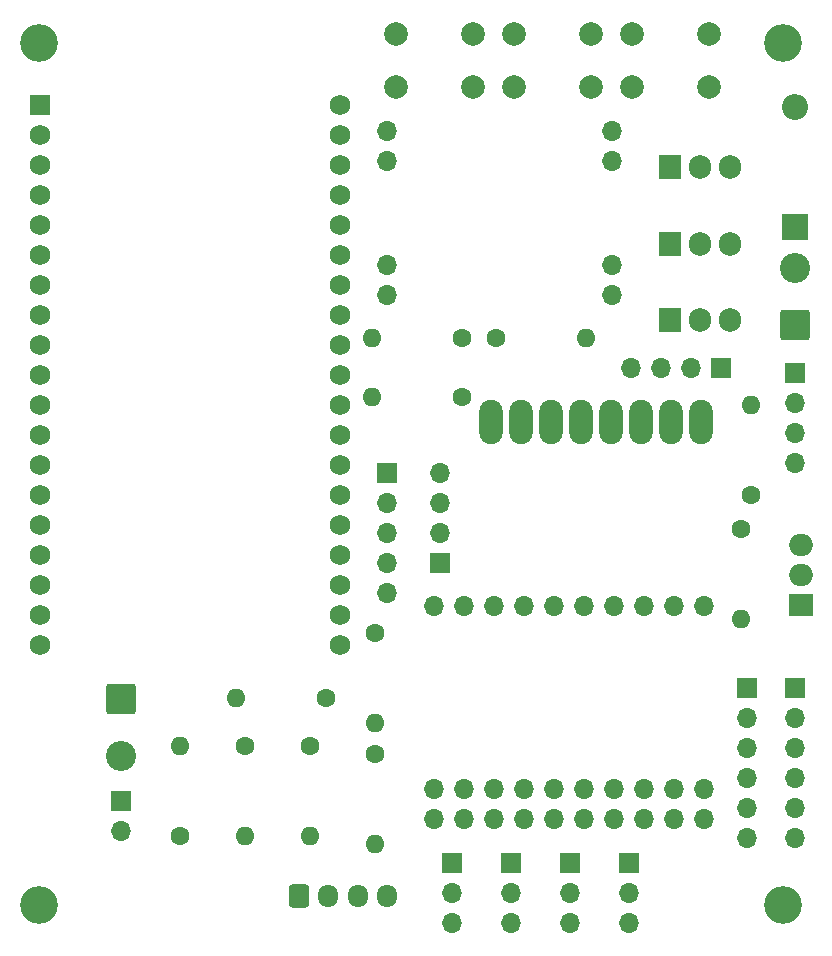
<source format=gbr>
%TF.GenerationSoftware,KiCad,Pcbnew,8.0.0*%
%TF.CreationDate,2024-07-03T13:45:23+02:00*%
%TF.ProjectId,KIBO V1,4b49424f-2056-4312-9e6b-696361645f70,rev?*%
%TF.SameCoordinates,Original*%
%TF.FileFunction,Soldermask,Bot*%
%TF.FilePolarity,Negative*%
%FSLAX46Y46*%
G04 Gerber Fmt 4.6, Leading zero omitted, Abs format (unit mm)*
G04 Created by KiCad (PCBNEW 8.0.0) date 2024-07-03 13:45:23*
%MOMM*%
%LPD*%
G01*
G04 APERTURE LIST*
G04 Aperture macros list*
%AMRoundRect*
0 Rectangle with rounded corners*
0 $1 Rounding radius*
0 $2 $3 $4 $5 $6 $7 $8 $9 X,Y pos of 4 corners*
0 Add a 4 corners polygon primitive as box body*
4,1,4,$2,$3,$4,$5,$6,$7,$8,$9,$2,$3,0*
0 Add four circle primitives for the rounded corners*
1,1,$1+$1,$2,$3*
1,1,$1+$1,$4,$5*
1,1,$1+$1,$6,$7*
1,1,$1+$1,$8,$9*
0 Add four rect primitives between the rounded corners*
20,1,$1+$1,$2,$3,$4,$5,0*
20,1,$1+$1,$4,$5,$6,$7,0*
20,1,$1+$1,$6,$7,$8,$9,0*
20,1,$1+$1,$8,$9,$2,$3,0*%
G04 Aperture macros list end*
%ADD10C,1.600000*%
%ADD11O,1.600000X1.600000*%
%ADD12R,1.700000X1.700000*%
%ADD13O,1.700000X1.700000*%
%ADD14R,1.905000X2.000000*%
%ADD15O,1.905000X2.000000*%
%ADD16C,3.200000*%
%ADD17R,2.200000X2.200000*%
%ADD18O,2.200000X2.200000*%
%ADD19R,2.000000X1.905000*%
%ADD20O,2.000000X1.905000*%
%ADD21O,1.982000X3.760000*%
%ADD22RoundRect,0.249999X1.025001X-1.025001X1.025001X1.025001X-1.025001X1.025001X-1.025001X-1.025001X0*%
%ADD23C,2.550000*%
%ADD24RoundRect,0.249999X-1.025001X1.025001X-1.025001X-1.025001X1.025001X-1.025001X1.025001X1.025001X0*%
%ADD25RoundRect,0.102000X-0.765000X-0.765000X0.765000X-0.765000X0.765000X0.765000X-0.765000X0.765000X0*%
%ADD26C,1.734000*%
%ADD27C,2.000000*%
%ADD28RoundRect,0.250000X-0.600000X-0.725000X0.600000X-0.725000X0.600000X0.725000X-0.600000X0.725000X0*%
%ADD29O,1.700000X1.950000*%
G04 APERTURE END LIST*
D10*
%TO.C,R1*%
X139310000Y-78500000D03*
D11*
X131690000Y-78500000D03*
%TD*%
D12*
%TO.C,mC2*%
X167500000Y-108150000D03*
D13*
X167500000Y-110690000D03*
X167500000Y-113230000D03*
X167500000Y-115770000D03*
X167500000Y-118310000D03*
X167500000Y-120850000D03*
%TD*%
D14*
%TO.C,Q1*%
X156920000Y-64000000D03*
D15*
X159460000Y-64000000D03*
X162000000Y-64000000D03*
%TD*%
D12*
%TO.C,uS2*%
X143500000Y-122960000D03*
D13*
X143500000Y-125500000D03*
X143500000Y-128040000D03*
%TD*%
D16*
%TO.C,M.hole3*%
X166500000Y-126500000D03*
%TD*%
D12*
%TO.C,PWM1*%
X133000000Y-89925000D03*
D13*
X133000000Y-92465000D03*
X133000000Y-95005000D03*
X133000000Y-97545000D03*
X133000000Y-100085000D03*
%TD*%
D17*
%TO.C,D1*%
X167500000Y-69080000D03*
D18*
X167500000Y-58920000D03*
%TD*%
D12*
%TO.C,uS4*%
X153500000Y-122920000D03*
D13*
X153500000Y-125460000D03*
X153500000Y-128000000D03*
%TD*%
D19*
%TO.C,Q4*%
X168000000Y-101080000D03*
D20*
X168000000Y-98540000D03*
X168000000Y-96000000D03*
%TD*%
D13*
%TO.C,MP1584EN1*%
X133000000Y-61000000D03*
X133000000Y-63540000D03*
X133000000Y-72300000D03*
X133000000Y-74840000D03*
X152000000Y-61000000D03*
X152000000Y-63540000D03*
X152000000Y-72300000D03*
X152000000Y-74840000D03*
%TD*%
D21*
%TO.C,GY-521*%
X144332500Y-85602500D03*
X157032500Y-85602500D03*
X141792500Y-85602500D03*
X154492500Y-85602500D03*
X151952500Y-85602500D03*
X159572500Y-85602500D03*
X146872500Y-85602500D03*
X149412500Y-85602500D03*
%TD*%
D14*
%TO.C,Q3*%
X156920000Y-77000000D03*
D15*
X159460000Y-77000000D03*
X162000000Y-77000000D03*
%TD*%
D16*
%TO.C,M.hole2*%
X166500000Y-53500000D03*
%TD*%
D22*
%TO.C,MF1*%
X167500000Y-77400000D03*
D23*
X167500000Y-72600000D03*
%TD*%
D12*
%TO.C,uS1*%
X138500000Y-122920000D03*
D13*
X138500000Y-125460000D03*
X138500000Y-128000000D03*
%TD*%
D12*
%TO.C,mC1*%
X163500000Y-108150000D03*
D13*
X163500000Y-110690000D03*
X163500000Y-113230000D03*
X163500000Y-115770000D03*
X163500000Y-118310000D03*
X163500000Y-120850000D03*
%TD*%
D24*
%TO.C,SWP1*%
X110500000Y-109100000D03*
D23*
X110500000Y-113900000D03*
%TD*%
D14*
%TO.C,Q2*%
X156920000Y-70500000D03*
D15*
X159460000Y-70500000D03*
X162000000Y-70500000D03*
%TD*%
D16*
%TO.C,M.hole4*%
X103500000Y-126500000D03*
%TD*%
D10*
%TO.C,R7*%
X127810000Y-109000000D03*
D11*
X120190000Y-109000000D03*
%TD*%
D12*
%TO.C,uSR1*%
X137500000Y-97580000D03*
D13*
X137500000Y-95040000D03*
X137500000Y-92500000D03*
X137500000Y-89960000D03*
%TD*%
D10*
%TO.C,R10*%
X132000000Y-113690000D03*
D11*
X132000000Y-121310000D03*
%TD*%
D12*
%TO.C,DM1*%
X161300000Y-81000000D03*
D13*
X158760000Y-81000000D03*
X156220000Y-81000000D03*
X153680000Y-81000000D03*
%TD*%
D10*
%TO.C,R6*%
X121000000Y-113000000D03*
D11*
X121000000Y-120620000D03*
%TD*%
D25*
%TO.C,ESP32*%
X103572500Y-58800000D03*
D26*
X103572500Y-61340000D03*
X103572500Y-63880000D03*
X103572500Y-66420000D03*
X103572500Y-68960000D03*
X103572500Y-71500000D03*
X103572500Y-74040000D03*
X103572500Y-76580000D03*
X103572500Y-79120000D03*
X103572500Y-81660000D03*
X103572500Y-84200000D03*
X103572500Y-86740000D03*
X103572500Y-89280000D03*
X103572500Y-91820000D03*
X103572500Y-94360000D03*
X103572500Y-96900000D03*
X103572500Y-99440000D03*
X103572500Y-101980000D03*
X103572500Y-104520000D03*
X128972500Y-104520000D03*
X128972500Y-101980000D03*
X128972500Y-99440000D03*
X128972500Y-96900000D03*
X128972500Y-94360000D03*
X128972500Y-91820000D03*
X128972500Y-89280000D03*
X128972500Y-86740000D03*
X128972500Y-84200000D03*
X128972500Y-81660000D03*
X128972500Y-79120000D03*
X128972500Y-76580000D03*
X128972500Y-74040000D03*
X128972500Y-71500000D03*
X128972500Y-68960000D03*
X128972500Y-66420000D03*
X128972500Y-63880000D03*
X128972500Y-61340000D03*
X128972500Y-58800000D03*
%TD*%
D13*
%TO.C,MCP23017*%
X137000000Y-101180000D03*
X139540000Y-101180000D03*
X142080000Y-101180000D03*
X144620000Y-101180000D03*
X147160000Y-101180000D03*
X149700000Y-101180000D03*
X152240000Y-101180000D03*
X154780000Y-101180000D03*
X157320000Y-101180000D03*
X159860000Y-101180000D03*
X137000000Y-116640000D03*
X137000000Y-119180000D03*
X139540000Y-116640000D03*
X139540000Y-119180000D03*
X142080000Y-116640000D03*
X142080000Y-119180000D03*
X144620000Y-116640000D03*
X144620000Y-119180000D03*
X147160000Y-116640000D03*
X147160000Y-119180000D03*
X149700000Y-116640000D03*
X149700000Y-119180000D03*
X152240000Y-116640000D03*
X152240000Y-119180000D03*
X154780000Y-116640000D03*
X154780000Y-119180000D03*
X157320000Y-116640000D03*
X157320000Y-119180000D03*
X159860000Y-119180000D03*
X159860000Y-116640000D03*
%TD*%
D12*
%TO.C,uS3*%
X148500000Y-122920000D03*
D13*
X148500000Y-125460000D03*
X148500000Y-128000000D03*
%TD*%
D12*
%TO.C,ESP32c1*%
X110500000Y-117725000D03*
D13*
X110500000Y-120265000D03*
%TD*%
D10*
%TO.C,R9*%
X115500000Y-120620000D03*
D11*
X115500000Y-113000000D03*
%TD*%
D27*
%TO.C,SWC1*%
X133750000Y-52750000D03*
X140250000Y-52750000D03*
X133750000Y-57250000D03*
X140250000Y-57250000D03*
%TD*%
D16*
%TO.C,M.hole1*%
X103500000Y-53500000D03*
%TD*%
D27*
%TO.C,SWC3*%
X153750000Y-52750000D03*
X160250000Y-52750000D03*
X153750000Y-57250000D03*
X160250000Y-57250000D03*
%TD*%
D10*
%TO.C,R11*%
X132000000Y-103500000D03*
D11*
X132000000Y-111120000D03*
%TD*%
D10*
%TO.C,R4*%
X163810000Y-91810000D03*
D11*
X163810000Y-84190000D03*
%TD*%
D28*
%TO.C,J1*%
X125500000Y-125700000D03*
D29*
X128000000Y-125700000D03*
X130500000Y-125700000D03*
X133000000Y-125700000D03*
%TD*%
D10*
%TO.C,R8*%
X126500000Y-113000000D03*
D11*
X126500000Y-120620000D03*
%TD*%
D10*
%TO.C,R5*%
X163000000Y-94690000D03*
D11*
X163000000Y-102310000D03*
%TD*%
D27*
%TO.C,SWC2*%
X143750000Y-52750000D03*
X150250000Y-52750000D03*
X143750000Y-57250000D03*
X150250000Y-57250000D03*
%TD*%
D10*
%TO.C,R2*%
X142190000Y-78500000D03*
D11*
X149810000Y-78500000D03*
%TD*%
D10*
%TO.C,R3*%
X139310000Y-83500000D03*
D11*
X131690000Y-83500000D03*
%TD*%
D12*
%TO.C,D3*%
X167500000Y-81420000D03*
D13*
X167500000Y-83960000D03*
X167500000Y-86500000D03*
X167500000Y-89040000D03*
%TD*%
M02*

</source>
